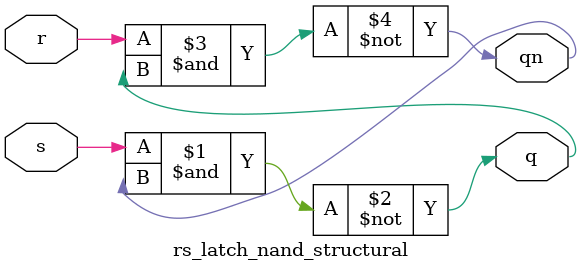
<source format=v>
module rs_latch_nand_structural(r,s,q,qn);
  input r,s;
  output q,qn;

  // compuerta(out,inp,inp)
  nand nand1 (q,s,qn);
  nand nand2 (qn,r,q);

endmodule

</source>
